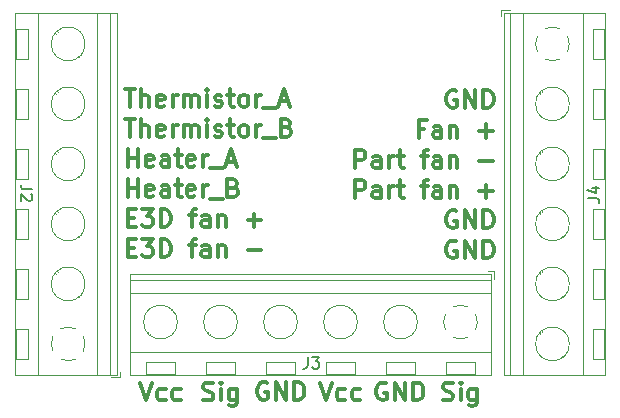
<source format=gbr>
%TF.GenerationSoftware,KiCad,Pcbnew,(5.0.2)-1*%
%TF.CreationDate,2019-01-23T22:58:30+01:00*%
%TF.ProjectId,HDMI-Terminal,48444d49-2d54-4657-926d-696e616c2e6b,rev?*%
%TF.SameCoordinates,Original*%
%TF.FileFunction,Legend,Top*%
%TF.FilePolarity,Positive*%
%FSLAX46Y46*%
G04 Gerber Fmt 4.6, Leading zero omitted, Abs format (unit mm)*
G04 Created by KiCad (PCBNEW (5.0.2)-1) date 23.01.2019 22:58:30*
%MOMM*%
%LPD*%
G01*
G04 APERTURE LIST*
%ADD10C,0.300000*%
%ADD11C,0.120000*%
%ADD12C,0.150000*%
G04 APERTURE END LIST*
D10*
X97837857Y-77303571D02*
X98695000Y-77303571D01*
X98266428Y-78803571D02*
X98266428Y-77303571D01*
X99195000Y-78803571D02*
X99195000Y-77303571D01*
X99837857Y-78803571D02*
X99837857Y-78017857D01*
X99766428Y-77875000D01*
X99623571Y-77803571D01*
X99409285Y-77803571D01*
X99266428Y-77875000D01*
X99195000Y-77946428D01*
X101123571Y-78732142D02*
X100980714Y-78803571D01*
X100695000Y-78803571D01*
X100552142Y-78732142D01*
X100480714Y-78589285D01*
X100480714Y-78017857D01*
X100552142Y-77875000D01*
X100695000Y-77803571D01*
X100980714Y-77803571D01*
X101123571Y-77875000D01*
X101195000Y-78017857D01*
X101195000Y-78160714D01*
X100480714Y-78303571D01*
X101837857Y-78803571D02*
X101837857Y-77803571D01*
X101837857Y-78089285D02*
X101909285Y-77946428D01*
X101980714Y-77875000D01*
X102123571Y-77803571D01*
X102266428Y-77803571D01*
X102766428Y-78803571D02*
X102766428Y-77803571D01*
X102766428Y-77946428D02*
X102837857Y-77875000D01*
X102980714Y-77803571D01*
X103195000Y-77803571D01*
X103337857Y-77875000D01*
X103409285Y-78017857D01*
X103409285Y-78803571D01*
X103409285Y-78017857D02*
X103480714Y-77875000D01*
X103623571Y-77803571D01*
X103837857Y-77803571D01*
X103980714Y-77875000D01*
X104052142Y-78017857D01*
X104052142Y-78803571D01*
X104766428Y-78803571D02*
X104766428Y-77803571D01*
X104766428Y-77303571D02*
X104695000Y-77375000D01*
X104766428Y-77446428D01*
X104837857Y-77375000D01*
X104766428Y-77303571D01*
X104766428Y-77446428D01*
X105409285Y-78732142D02*
X105552142Y-78803571D01*
X105837857Y-78803571D01*
X105980714Y-78732142D01*
X106052142Y-78589285D01*
X106052142Y-78517857D01*
X105980714Y-78375000D01*
X105837857Y-78303571D01*
X105623571Y-78303571D01*
X105480714Y-78232142D01*
X105409285Y-78089285D01*
X105409285Y-78017857D01*
X105480714Y-77875000D01*
X105623571Y-77803571D01*
X105837857Y-77803571D01*
X105980714Y-77875000D01*
X106480714Y-77803571D02*
X107052142Y-77803571D01*
X106695000Y-77303571D02*
X106695000Y-78589285D01*
X106766428Y-78732142D01*
X106909285Y-78803571D01*
X107052142Y-78803571D01*
X107766428Y-78803571D02*
X107623571Y-78732142D01*
X107552142Y-78660714D01*
X107480714Y-78517857D01*
X107480714Y-78089285D01*
X107552142Y-77946428D01*
X107623571Y-77875000D01*
X107766428Y-77803571D01*
X107980714Y-77803571D01*
X108123571Y-77875000D01*
X108195000Y-77946428D01*
X108266428Y-78089285D01*
X108266428Y-78517857D01*
X108195000Y-78660714D01*
X108123571Y-78732142D01*
X107980714Y-78803571D01*
X107766428Y-78803571D01*
X108909285Y-78803571D02*
X108909285Y-77803571D01*
X108909285Y-78089285D02*
X108980714Y-77946428D01*
X109052142Y-77875000D01*
X109195000Y-77803571D01*
X109337857Y-77803571D01*
X109480714Y-78946428D02*
X110623571Y-78946428D01*
X110909285Y-78375000D02*
X111623571Y-78375000D01*
X110766428Y-78803571D02*
X111266428Y-77303571D01*
X111766428Y-78803571D01*
X97837857Y-79853571D02*
X98695000Y-79853571D01*
X98266428Y-81353571D02*
X98266428Y-79853571D01*
X99195000Y-81353571D02*
X99195000Y-79853571D01*
X99837857Y-81353571D02*
X99837857Y-80567857D01*
X99766428Y-80425000D01*
X99623571Y-80353571D01*
X99409285Y-80353571D01*
X99266428Y-80425000D01*
X99195000Y-80496428D01*
X101123571Y-81282142D02*
X100980714Y-81353571D01*
X100695000Y-81353571D01*
X100552142Y-81282142D01*
X100480714Y-81139285D01*
X100480714Y-80567857D01*
X100552142Y-80425000D01*
X100695000Y-80353571D01*
X100980714Y-80353571D01*
X101123571Y-80425000D01*
X101195000Y-80567857D01*
X101195000Y-80710714D01*
X100480714Y-80853571D01*
X101837857Y-81353571D02*
X101837857Y-80353571D01*
X101837857Y-80639285D02*
X101909285Y-80496428D01*
X101980714Y-80425000D01*
X102123571Y-80353571D01*
X102266428Y-80353571D01*
X102766428Y-81353571D02*
X102766428Y-80353571D01*
X102766428Y-80496428D02*
X102837857Y-80425000D01*
X102980714Y-80353571D01*
X103195000Y-80353571D01*
X103337857Y-80425000D01*
X103409285Y-80567857D01*
X103409285Y-81353571D01*
X103409285Y-80567857D02*
X103480714Y-80425000D01*
X103623571Y-80353571D01*
X103837857Y-80353571D01*
X103980714Y-80425000D01*
X104052142Y-80567857D01*
X104052142Y-81353571D01*
X104766428Y-81353571D02*
X104766428Y-80353571D01*
X104766428Y-79853571D02*
X104695000Y-79925000D01*
X104766428Y-79996428D01*
X104837857Y-79925000D01*
X104766428Y-79853571D01*
X104766428Y-79996428D01*
X105409285Y-81282142D02*
X105552142Y-81353571D01*
X105837857Y-81353571D01*
X105980714Y-81282142D01*
X106052142Y-81139285D01*
X106052142Y-81067857D01*
X105980714Y-80925000D01*
X105837857Y-80853571D01*
X105623571Y-80853571D01*
X105480714Y-80782142D01*
X105409285Y-80639285D01*
X105409285Y-80567857D01*
X105480714Y-80425000D01*
X105623571Y-80353571D01*
X105837857Y-80353571D01*
X105980714Y-80425000D01*
X106480714Y-80353571D02*
X107052142Y-80353571D01*
X106695000Y-79853571D02*
X106695000Y-81139285D01*
X106766428Y-81282142D01*
X106909285Y-81353571D01*
X107052142Y-81353571D01*
X107766428Y-81353571D02*
X107623571Y-81282142D01*
X107552142Y-81210714D01*
X107480714Y-81067857D01*
X107480714Y-80639285D01*
X107552142Y-80496428D01*
X107623571Y-80425000D01*
X107766428Y-80353571D01*
X107980714Y-80353571D01*
X108123571Y-80425000D01*
X108195000Y-80496428D01*
X108266428Y-80639285D01*
X108266428Y-81067857D01*
X108195000Y-81210714D01*
X108123571Y-81282142D01*
X107980714Y-81353571D01*
X107766428Y-81353571D01*
X108909285Y-81353571D02*
X108909285Y-80353571D01*
X108909285Y-80639285D02*
X108980714Y-80496428D01*
X109052142Y-80425000D01*
X109195000Y-80353571D01*
X109337857Y-80353571D01*
X109480714Y-81496428D02*
X110623571Y-81496428D01*
X111480714Y-80567857D02*
X111695000Y-80639285D01*
X111766428Y-80710714D01*
X111837857Y-80853571D01*
X111837857Y-81067857D01*
X111766428Y-81210714D01*
X111695000Y-81282142D01*
X111552142Y-81353571D01*
X110980714Y-81353571D01*
X110980714Y-79853571D01*
X111480714Y-79853571D01*
X111623571Y-79925000D01*
X111695000Y-79996428D01*
X111766428Y-80139285D01*
X111766428Y-80282142D01*
X111695000Y-80425000D01*
X111623571Y-80496428D01*
X111480714Y-80567857D01*
X110980714Y-80567857D01*
X98052142Y-83903571D02*
X98052142Y-82403571D01*
X98052142Y-83117857D02*
X98909285Y-83117857D01*
X98909285Y-83903571D02*
X98909285Y-82403571D01*
X100195000Y-83832142D02*
X100052142Y-83903571D01*
X99766428Y-83903571D01*
X99623571Y-83832142D01*
X99552142Y-83689285D01*
X99552142Y-83117857D01*
X99623571Y-82975000D01*
X99766428Y-82903571D01*
X100052142Y-82903571D01*
X100195000Y-82975000D01*
X100266428Y-83117857D01*
X100266428Y-83260714D01*
X99552142Y-83403571D01*
X101552142Y-83903571D02*
X101552142Y-83117857D01*
X101480714Y-82975000D01*
X101337857Y-82903571D01*
X101052142Y-82903571D01*
X100909285Y-82975000D01*
X101552142Y-83832142D02*
X101409285Y-83903571D01*
X101052142Y-83903571D01*
X100909285Y-83832142D01*
X100837857Y-83689285D01*
X100837857Y-83546428D01*
X100909285Y-83403571D01*
X101052142Y-83332142D01*
X101409285Y-83332142D01*
X101552142Y-83260714D01*
X102052142Y-82903571D02*
X102623571Y-82903571D01*
X102266428Y-82403571D02*
X102266428Y-83689285D01*
X102337857Y-83832142D01*
X102480714Y-83903571D01*
X102623571Y-83903571D01*
X103695000Y-83832142D02*
X103552142Y-83903571D01*
X103266428Y-83903571D01*
X103123571Y-83832142D01*
X103052142Y-83689285D01*
X103052142Y-83117857D01*
X103123571Y-82975000D01*
X103266428Y-82903571D01*
X103552142Y-82903571D01*
X103695000Y-82975000D01*
X103766428Y-83117857D01*
X103766428Y-83260714D01*
X103052142Y-83403571D01*
X104409285Y-83903571D02*
X104409285Y-82903571D01*
X104409285Y-83189285D02*
X104480714Y-83046428D01*
X104552142Y-82975000D01*
X104695000Y-82903571D01*
X104837857Y-82903571D01*
X104980714Y-84046428D02*
X106123571Y-84046428D01*
X106409285Y-83475000D02*
X107123571Y-83475000D01*
X106266428Y-83903571D02*
X106766428Y-82403571D01*
X107266428Y-83903571D01*
X98052142Y-86453571D02*
X98052142Y-84953571D01*
X98052142Y-85667857D02*
X98909285Y-85667857D01*
X98909285Y-86453571D02*
X98909285Y-84953571D01*
X100195000Y-86382142D02*
X100052142Y-86453571D01*
X99766428Y-86453571D01*
X99623571Y-86382142D01*
X99552142Y-86239285D01*
X99552142Y-85667857D01*
X99623571Y-85525000D01*
X99766428Y-85453571D01*
X100052142Y-85453571D01*
X100195000Y-85525000D01*
X100266428Y-85667857D01*
X100266428Y-85810714D01*
X99552142Y-85953571D01*
X101552142Y-86453571D02*
X101552142Y-85667857D01*
X101480714Y-85525000D01*
X101337857Y-85453571D01*
X101052142Y-85453571D01*
X100909285Y-85525000D01*
X101552142Y-86382142D02*
X101409285Y-86453571D01*
X101052142Y-86453571D01*
X100909285Y-86382142D01*
X100837857Y-86239285D01*
X100837857Y-86096428D01*
X100909285Y-85953571D01*
X101052142Y-85882142D01*
X101409285Y-85882142D01*
X101552142Y-85810714D01*
X102052142Y-85453571D02*
X102623571Y-85453571D01*
X102266428Y-84953571D02*
X102266428Y-86239285D01*
X102337857Y-86382142D01*
X102480714Y-86453571D01*
X102623571Y-86453571D01*
X103695000Y-86382142D02*
X103552142Y-86453571D01*
X103266428Y-86453571D01*
X103123571Y-86382142D01*
X103052142Y-86239285D01*
X103052142Y-85667857D01*
X103123571Y-85525000D01*
X103266428Y-85453571D01*
X103552142Y-85453571D01*
X103695000Y-85525000D01*
X103766428Y-85667857D01*
X103766428Y-85810714D01*
X103052142Y-85953571D01*
X104409285Y-86453571D02*
X104409285Y-85453571D01*
X104409285Y-85739285D02*
X104480714Y-85596428D01*
X104552142Y-85525000D01*
X104695000Y-85453571D01*
X104837857Y-85453571D01*
X104980714Y-86596428D02*
X106123571Y-86596428D01*
X106980714Y-85667857D02*
X107195000Y-85739285D01*
X107266428Y-85810714D01*
X107337857Y-85953571D01*
X107337857Y-86167857D01*
X107266428Y-86310714D01*
X107195000Y-86382142D01*
X107052142Y-86453571D01*
X106480714Y-86453571D01*
X106480714Y-84953571D01*
X106980714Y-84953571D01*
X107123571Y-85025000D01*
X107195000Y-85096428D01*
X107266428Y-85239285D01*
X107266428Y-85382142D01*
X107195000Y-85525000D01*
X107123571Y-85596428D01*
X106980714Y-85667857D01*
X106480714Y-85667857D01*
X98052142Y-88217857D02*
X98552142Y-88217857D01*
X98766428Y-89003571D02*
X98052142Y-89003571D01*
X98052142Y-87503571D01*
X98766428Y-87503571D01*
X99266428Y-87503571D02*
X100195000Y-87503571D01*
X99695000Y-88075000D01*
X99909285Y-88075000D01*
X100052142Y-88146428D01*
X100123571Y-88217857D01*
X100195000Y-88360714D01*
X100195000Y-88717857D01*
X100123571Y-88860714D01*
X100052142Y-88932142D01*
X99909285Y-89003571D01*
X99480714Y-89003571D01*
X99337857Y-88932142D01*
X99266428Y-88860714D01*
X100837857Y-89003571D02*
X100837857Y-87503571D01*
X101195000Y-87503571D01*
X101409285Y-87575000D01*
X101552142Y-87717857D01*
X101623571Y-87860714D01*
X101695000Y-88146428D01*
X101695000Y-88360714D01*
X101623571Y-88646428D01*
X101552142Y-88789285D01*
X101409285Y-88932142D01*
X101195000Y-89003571D01*
X100837857Y-89003571D01*
X103266428Y-88003571D02*
X103837857Y-88003571D01*
X103480714Y-89003571D02*
X103480714Y-87717857D01*
X103552142Y-87575000D01*
X103695000Y-87503571D01*
X103837857Y-87503571D01*
X104980714Y-89003571D02*
X104980714Y-88217857D01*
X104909285Y-88075000D01*
X104766428Y-88003571D01*
X104480714Y-88003571D01*
X104337857Y-88075000D01*
X104980714Y-88932142D02*
X104837857Y-89003571D01*
X104480714Y-89003571D01*
X104337857Y-88932142D01*
X104266428Y-88789285D01*
X104266428Y-88646428D01*
X104337857Y-88503571D01*
X104480714Y-88432142D01*
X104837857Y-88432142D01*
X104980714Y-88360714D01*
X105695000Y-88003571D02*
X105695000Y-89003571D01*
X105695000Y-88146428D02*
X105766428Y-88075000D01*
X105909285Y-88003571D01*
X106123571Y-88003571D01*
X106266428Y-88075000D01*
X106337857Y-88217857D01*
X106337857Y-89003571D01*
X108195000Y-88432142D02*
X109337857Y-88432142D01*
X108766428Y-89003571D02*
X108766428Y-87860714D01*
X98052142Y-90767857D02*
X98552142Y-90767857D01*
X98766428Y-91553571D02*
X98052142Y-91553571D01*
X98052142Y-90053571D01*
X98766428Y-90053571D01*
X99266428Y-90053571D02*
X100195000Y-90053571D01*
X99695000Y-90625000D01*
X99909285Y-90625000D01*
X100052142Y-90696428D01*
X100123571Y-90767857D01*
X100195000Y-90910714D01*
X100195000Y-91267857D01*
X100123571Y-91410714D01*
X100052142Y-91482142D01*
X99909285Y-91553571D01*
X99480714Y-91553571D01*
X99337857Y-91482142D01*
X99266428Y-91410714D01*
X100837857Y-91553571D02*
X100837857Y-90053571D01*
X101195000Y-90053571D01*
X101409285Y-90125000D01*
X101552142Y-90267857D01*
X101623571Y-90410714D01*
X101695000Y-90696428D01*
X101695000Y-90910714D01*
X101623571Y-91196428D01*
X101552142Y-91339285D01*
X101409285Y-91482142D01*
X101195000Y-91553571D01*
X100837857Y-91553571D01*
X103266428Y-90553571D02*
X103837857Y-90553571D01*
X103480714Y-91553571D02*
X103480714Y-90267857D01*
X103552142Y-90125000D01*
X103695000Y-90053571D01*
X103837857Y-90053571D01*
X104980714Y-91553571D02*
X104980714Y-90767857D01*
X104909285Y-90625000D01*
X104766428Y-90553571D01*
X104480714Y-90553571D01*
X104337857Y-90625000D01*
X104980714Y-91482142D02*
X104837857Y-91553571D01*
X104480714Y-91553571D01*
X104337857Y-91482142D01*
X104266428Y-91339285D01*
X104266428Y-91196428D01*
X104337857Y-91053571D01*
X104480714Y-90982142D01*
X104837857Y-90982142D01*
X104980714Y-90910714D01*
X105695000Y-90553571D02*
X105695000Y-91553571D01*
X105695000Y-90696428D02*
X105766428Y-90625000D01*
X105909285Y-90553571D01*
X106123571Y-90553571D01*
X106266428Y-90625000D01*
X106337857Y-90767857D01*
X106337857Y-91553571D01*
X108195000Y-90982142D02*
X109337857Y-90982142D01*
X125876428Y-77475000D02*
X125733571Y-77403571D01*
X125519285Y-77403571D01*
X125305000Y-77475000D01*
X125162142Y-77617857D01*
X125090714Y-77760714D01*
X125019285Y-78046428D01*
X125019285Y-78260714D01*
X125090714Y-78546428D01*
X125162142Y-78689285D01*
X125305000Y-78832142D01*
X125519285Y-78903571D01*
X125662142Y-78903571D01*
X125876428Y-78832142D01*
X125947857Y-78760714D01*
X125947857Y-78260714D01*
X125662142Y-78260714D01*
X126590714Y-78903571D02*
X126590714Y-77403571D01*
X127447857Y-78903571D01*
X127447857Y-77403571D01*
X128162142Y-78903571D02*
X128162142Y-77403571D01*
X128519285Y-77403571D01*
X128733571Y-77475000D01*
X128876428Y-77617857D01*
X128947857Y-77760714D01*
X129019285Y-78046428D01*
X129019285Y-78260714D01*
X128947857Y-78546428D01*
X128876428Y-78689285D01*
X128733571Y-78832142D01*
X128519285Y-78903571D01*
X128162142Y-78903571D01*
X123162142Y-80667857D02*
X122662142Y-80667857D01*
X122662142Y-81453571D02*
X122662142Y-79953571D01*
X123376428Y-79953571D01*
X124590714Y-81453571D02*
X124590714Y-80667857D01*
X124519285Y-80525000D01*
X124376428Y-80453571D01*
X124090714Y-80453571D01*
X123947857Y-80525000D01*
X124590714Y-81382142D02*
X124447857Y-81453571D01*
X124090714Y-81453571D01*
X123947857Y-81382142D01*
X123876428Y-81239285D01*
X123876428Y-81096428D01*
X123947857Y-80953571D01*
X124090714Y-80882142D01*
X124447857Y-80882142D01*
X124590714Y-80810714D01*
X125305000Y-80453571D02*
X125305000Y-81453571D01*
X125305000Y-80596428D02*
X125376428Y-80525000D01*
X125519285Y-80453571D01*
X125733571Y-80453571D01*
X125876428Y-80525000D01*
X125947857Y-80667857D01*
X125947857Y-81453571D01*
X127805000Y-80882142D02*
X128947857Y-80882142D01*
X128376428Y-81453571D02*
X128376428Y-80310714D01*
X117305000Y-84003571D02*
X117305000Y-82503571D01*
X117876428Y-82503571D01*
X118019285Y-82575000D01*
X118090714Y-82646428D01*
X118162142Y-82789285D01*
X118162142Y-83003571D01*
X118090714Y-83146428D01*
X118019285Y-83217857D01*
X117876428Y-83289285D01*
X117305000Y-83289285D01*
X119447857Y-84003571D02*
X119447857Y-83217857D01*
X119376428Y-83075000D01*
X119233571Y-83003571D01*
X118947857Y-83003571D01*
X118805000Y-83075000D01*
X119447857Y-83932142D02*
X119305000Y-84003571D01*
X118947857Y-84003571D01*
X118805000Y-83932142D01*
X118733571Y-83789285D01*
X118733571Y-83646428D01*
X118805000Y-83503571D01*
X118947857Y-83432142D01*
X119305000Y-83432142D01*
X119447857Y-83360714D01*
X120162142Y-84003571D02*
X120162142Y-83003571D01*
X120162142Y-83289285D02*
X120233571Y-83146428D01*
X120305000Y-83075000D01*
X120447857Y-83003571D01*
X120590714Y-83003571D01*
X120876428Y-83003571D02*
X121447857Y-83003571D01*
X121090714Y-82503571D02*
X121090714Y-83789285D01*
X121162142Y-83932142D01*
X121305000Y-84003571D01*
X121447857Y-84003571D01*
X122876428Y-83003571D02*
X123447857Y-83003571D01*
X123090714Y-84003571D02*
X123090714Y-82717857D01*
X123162142Y-82575000D01*
X123305000Y-82503571D01*
X123447857Y-82503571D01*
X124590714Y-84003571D02*
X124590714Y-83217857D01*
X124519285Y-83075000D01*
X124376428Y-83003571D01*
X124090714Y-83003571D01*
X123947857Y-83075000D01*
X124590714Y-83932142D02*
X124447857Y-84003571D01*
X124090714Y-84003571D01*
X123947857Y-83932142D01*
X123876428Y-83789285D01*
X123876428Y-83646428D01*
X123947857Y-83503571D01*
X124090714Y-83432142D01*
X124447857Y-83432142D01*
X124590714Y-83360714D01*
X125305000Y-83003571D02*
X125305000Y-84003571D01*
X125305000Y-83146428D02*
X125376428Y-83075000D01*
X125519285Y-83003571D01*
X125733571Y-83003571D01*
X125876428Y-83075000D01*
X125947857Y-83217857D01*
X125947857Y-84003571D01*
X127805000Y-83432142D02*
X128947857Y-83432142D01*
X117305000Y-86553571D02*
X117305000Y-85053571D01*
X117876428Y-85053571D01*
X118019285Y-85125000D01*
X118090714Y-85196428D01*
X118162142Y-85339285D01*
X118162142Y-85553571D01*
X118090714Y-85696428D01*
X118019285Y-85767857D01*
X117876428Y-85839285D01*
X117305000Y-85839285D01*
X119447857Y-86553571D02*
X119447857Y-85767857D01*
X119376428Y-85625000D01*
X119233571Y-85553571D01*
X118947857Y-85553571D01*
X118805000Y-85625000D01*
X119447857Y-86482142D02*
X119305000Y-86553571D01*
X118947857Y-86553571D01*
X118805000Y-86482142D01*
X118733571Y-86339285D01*
X118733571Y-86196428D01*
X118805000Y-86053571D01*
X118947857Y-85982142D01*
X119305000Y-85982142D01*
X119447857Y-85910714D01*
X120162142Y-86553571D02*
X120162142Y-85553571D01*
X120162142Y-85839285D02*
X120233571Y-85696428D01*
X120305000Y-85625000D01*
X120447857Y-85553571D01*
X120590714Y-85553571D01*
X120876428Y-85553571D02*
X121447857Y-85553571D01*
X121090714Y-85053571D02*
X121090714Y-86339285D01*
X121162142Y-86482142D01*
X121305000Y-86553571D01*
X121447857Y-86553571D01*
X122876428Y-85553571D02*
X123447857Y-85553571D01*
X123090714Y-86553571D02*
X123090714Y-85267857D01*
X123162142Y-85125000D01*
X123305000Y-85053571D01*
X123447857Y-85053571D01*
X124590714Y-86553571D02*
X124590714Y-85767857D01*
X124519285Y-85625000D01*
X124376428Y-85553571D01*
X124090714Y-85553571D01*
X123947857Y-85625000D01*
X124590714Y-86482142D02*
X124447857Y-86553571D01*
X124090714Y-86553571D01*
X123947857Y-86482142D01*
X123876428Y-86339285D01*
X123876428Y-86196428D01*
X123947857Y-86053571D01*
X124090714Y-85982142D01*
X124447857Y-85982142D01*
X124590714Y-85910714D01*
X125305000Y-85553571D02*
X125305000Y-86553571D01*
X125305000Y-85696428D02*
X125376428Y-85625000D01*
X125519285Y-85553571D01*
X125733571Y-85553571D01*
X125876428Y-85625000D01*
X125947857Y-85767857D01*
X125947857Y-86553571D01*
X127805000Y-85982142D02*
X128947857Y-85982142D01*
X128376428Y-86553571D02*
X128376428Y-85410714D01*
X125876428Y-87675000D02*
X125733571Y-87603571D01*
X125519285Y-87603571D01*
X125305000Y-87675000D01*
X125162142Y-87817857D01*
X125090714Y-87960714D01*
X125019285Y-88246428D01*
X125019285Y-88460714D01*
X125090714Y-88746428D01*
X125162142Y-88889285D01*
X125305000Y-89032142D01*
X125519285Y-89103571D01*
X125662142Y-89103571D01*
X125876428Y-89032142D01*
X125947857Y-88960714D01*
X125947857Y-88460714D01*
X125662142Y-88460714D01*
X126590714Y-89103571D02*
X126590714Y-87603571D01*
X127447857Y-89103571D01*
X127447857Y-87603571D01*
X128162142Y-89103571D02*
X128162142Y-87603571D01*
X128519285Y-87603571D01*
X128733571Y-87675000D01*
X128876428Y-87817857D01*
X128947857Y-87960714D01*
X129019285Y-88246428D01*
X129019285Y-88460714D01*
X128947857Y-88746428D01*
X128876428Y-88889285D01*
X128733571Y-89032142D01*
X128519285Y-89103571D01*
X128162142Y-89103571D01*
X125876428Y-90225000D02*
X125733571Y-90153571D01*
X125519285Y-90153571D01*
X125305000Y-90225000D01*
X125162142Y-90367857D01*
X125090714Y-90510714D01*
X125019285Y-90796428D01*
X125019285Y-91010714D01*
X125090714Y-91296428D01*
X125162142Y-91439285D01*
X125305000Y-91582142D01*
X125519285Y-91653571D01*
X125662142Y-91653571D01*
X125876428Y-91582142D01*
X125947857Y-91510714D01*
X125947857Y-91010714D01*
X125662142Y-91010714D01*
X126590714Y-91653571D02*
X126590714Y-90153571D01*
X127447857Y-91653571D01*
X127447857Y-90153571D01*
X128162142Y-91653571D02*
X128162142Y-90153571D01*
X128519285Y-90153571D01*
X128733571Y-90225000D01*
X128876428Y-90367857D01*
X128947857Y-90510714D01*
X129019285Y-90796428D01*
X129019285Y-91010714D01*
X128947857Y-91296428D01*
X128876428Y-91439285D01*
X128733571Y-91582142D01*
X128519285Y-91653571D01*
X128162142Y-91653571D01*
X124735714Y-103607142D02*
X124950000Y-103678571D01*
X125307142Y-103678571D01*
X125450000Y-103607142D01*
X125521428Y-103535714D01*
X125592857Y-103392857D01*
X125592857Y-103250000D01*
X125521428Y-103107142D01*
X125450000Y-103035714D01*
X125307142Y-102964285D01*
X125021428Y-102892857D01*
X124878571Y-102821428D01*
X124807142Y-102750000D01*
X124735714Y-102607142D01*
X124735714Y-102464285D01*
X124807142Y-102321428D01*
X124878571Y-102250000D01*
X125021428Y-102178571D01*
X125378571Y-102178571D01*
X125592857Y-102250000D01*
X126235714Y-103678571D02*
X126235714Y-102678571D01*
X126235714Y-102178571D02*
X126164285Y-102250000D01*
X126235714Y-102321428D01*
X126307142Y-102250000D01*
X126235714Y-102178571D01*
X126235714Y-102321428D01*
X127592857Y-102678571D02*
X127592857Y-103892857D01*
X127521428Y-104035714D01*
X127450000Y-104107142D01*
X127307142Y-104178571D01*
X127092857Y-104178571D01*
X126950000Y-104107142D01*
X127592857Y-103607142D02*
X127450000Y-103678571D01*
X127164285Y-103678571D01*
X127021428Y-103607142D01*
X126950000Y-103535714D01*
X126878571Y-103392857D01*
X126878571Y-102964285D01*
X126950000Y-102821428D01*
X127021428Y-102750000D01*
X127164285Y-102678571D01*
X127450000Y-102678571D01*
X127592857Y-102750000D01*
X119938942Y-102247000D02*
X119796085Y-102175571D01*
X119581800Y-102175571D01*
X119367514Y-102247000D01*
X119224657Y-102389857D01*
X119153228Y-102532714D01*
X119081800Y-102818428D01*
X119081800Y-103032714D01*
X119153228Y-103318428D01*
X119224657Y-103461285D01*
X119367514Y-103604142D01*
X119581800Y-103675571D01*
X119724657Y-103675571D01*
X119938942Y-103604142D01*
X120010371Y-103532714D01*
X120010371Y-103032714D01*
X119724657Y-103032714D01*
X120653228Y-103675571D02*
X120653228Y-102175571D01*
X121510371Y-103675571D01*
X121510371Y-102175571D01*
X122224657Y-103675571D02*
X122224657Y-102175571D01*
X122581800Y-102175571D01*
X122796085Y-102247000D01*
X122938942Y-102389857D01*
X123010371Y-102532714D01*
X123081800Y-102818428D01*
X123081800Y-103032714D01*
X123010371Y-103318428D01*
X122938942Y-103461285D01*
X122796085Y-103604142D01*
X122581800Y-103675571D01*
X122224657Y-103675571D01*
X114314285Y-102178571D02*
X114814285Y-103678571D01*
X115314285Y-102178571D01*
X116457142Y-103607142D02*
X116314285Y-103678571D01*
X116028571Y-103678571D01*
X115885714Y-103607142D01*
X115814285Y-103535714D01*
X115742857Y-103392857D01*
X115742857Y-102964285D01*
X115814285Y-102821428D01*
X115885714Y-102750000D01*
X116028571Y-102678571D01*
X116314285Y-102678571D01*
X116457142Y-102750000D01*
X117742857Y-103607142D02*
X117600000Y-103678571D01*
X117314285Y-103678571D01*
X117171428Y-103607142D01*
X117100000Y-103535714D01*
X117028571Y-103392857D01*
X117028571Y-102964285D01*
X117100000Y-102821428D01*
X117171428Y-102750000D01*
X117314285Y-102678571D01*
X117600000Y-102678571D01*
X117742857Y-102750000D01*
X109855142Y-102221600D02*
X109712285Y-102150171D01*
X109498000Y-102150171D01*
X109283714Y-102221600D01*
X109140857Y-102364457D01*
X109069428Y-102507314D01*
X108998000Y-102793028D01*
X108998000Y-103007314D01*
X109069428Y-103293028D01*
X109140857Y-103435885D01*
X109283714Y-103578742D01*
X109498000Y-103650171D01*
X109640857Y-103650171D01*
X109855142Y-103578742D01*
X109926571Y-103507314D01*
X109926571Y-103007314D01*
X109640857Y-103007314D01*
X110569428Y-103650171D02*
X110569428Y-102150171D01*
X111426571Y-103650171D01*
X111426571Y-102150171D01*
X112140857Y-103650171D02*
X112140857Y-102150171D01*
X112498000Y-102150171D01*
X112712285Y-102221600D01*
X112855142Y-102364457D01*
X112926571Y-102507314D01*
X112998000Y-102793028D01*
X112998000Y-103007314D01*
X112926571Y-103293028D01*
X112855142Y-103435885D01*
X112712285Y-103578742D01*
X112498000Y-103650171D01*
X112140857Y-103650171D01*
X104435714Y-103607142D02*
X104650000Y-103678571D01*
X105007142Y-103678571D01*
X105150000Y-103607142D01*
X105221428Y-103535714D01*
X105292857Y-103392857D01*
X105292857Y-103250000D01*
X105221428Y-103107142D01*
X105150000Y-103035714D01*
X105007142Y-102964285D01*
X104721428Y-102892857D01*
X104578571Y-102821428D01*
X104507142Y-102750000D01*
X104435714Y-102607142D01*
X104435714Y-102464285D01*
X104507142Y-102321428D01*
X104578571Y-102250000D01*
X104721428Y-102178571D01*
X105078571Y-102178571D01*
X105292857Y-102250000D01*
X105935714Y-103678571D02*
X105935714Y-102678571D01*
X105935714Y-102178571D02*
X105864285Y-102250000D01*
X105935714Y-102321428D01*
X106007142Y-102250000D01*
X105935714Y-102178571D01*
X105935714Y-102321428D01*
X107292857Y-102678571D02*
X107292857Y-103892857D01*
X107221428Y-104035714D01*
X107150000Y-104107142D01*
X107007142Y-104178571D01*
X106792857Y-104178571D01*
X106650000Y-104107142D01*
X107292857Y-103607142D02*
X107150000Y-103678571D01*
X106864285Y-103678571D01*
X106721428Y-103607142D01*
X106650000Y-103535714D01*
X106578571Y-103392857D01*
X106578571Y-102964285D01*
X106650000Y-102821428D01*
X106721428Y-102750000D01*
X106864285Y-102678571D01*
X107150000Y-102678571D01*
X107292857Y-102750000D01*
X99114285Y-102178571D02*
X99614285Y-103678571D01*
X100114285Y-102178571D01*
X101257142Y-103607142D02*
X101114285Y-103678571D01*
X100828571Y-103678571D01*
X100685714Y-103607142D01*
X100614285Y-103535714D01*
X100542857Y-103392857D01*
X100542857Y-102964285D01*
X100614285Y-102821428D01*
X100685714Y-102750000D01*
X100828571Y-102678571D01*
X101114285Y-102678571D01*
X101257142Y-102750000D01*
X102542857Y-103607142D02*
X102400000Y-103678571D01*
X102114285Y-103678571D01*
X101971428Y-103607142D01*
X101900000Y-103535714D01*
X101828571Y-103392857D01*
X101828571Y-102964285D01*
X101900000Y-102821428D01*
X101971428Y-102750000D01*
X102114285Y-102678571D01*
X102400000Y-102678571D01*
X102542857Y-102750000D01*
D11*
X129650000Y-70660000D02*
X129650000Y-71160000D01*
X130390000Y-70660000D02*
X129650000Y-70660000D01*
X138400000Y-100150000D02*
X137400000Y-100150000D01*
X138400000Y-97650000D02*
X137400000Y-97650000D01*
X137400000Y-97650000D02*
X137400000Y-100150000D01*
X138400000Y-97650000D02*
X138400000Y-100150000D01*
X133150000Y-97876000D02*
X133090000Y-97816000D01*
X135085000Y-99811000D02*
X135045000Y-99771000D01*
X132955000Y-98030000D02*
X132915000Y-97990000D01*
X134910000Y-99985000D02*
X134851000Y-99925000D01*
X138400000Y-95070000D02*
X137400000Y-95070000D01*
X138400000Y-92570000D02*
X137400000Y-92570000D01*
X137400000Y-92570000D02*
X137400000Y-95070000D01*
X138400000Y-92570000D02*
X138400000Y-95070000D01*
X133150000Y-92796000D02*
X133090000Y-92736000D01*
X135085000Y-94731000D02*
X135045000Y-94691000D01*
X132955000Y-92950000D02*
X132915000Y-92910000D01*
X134910000Y-94905000D02*
X134851000Y-94845000D01*
X138400000Y-89990000D02*
X137400000Y-89990000D01*
X138400000Y-87490000D02*
X137400000Y-87490000D01*
X137400000Y-87490000D02*
X137400000Y-89990000D01*
X138400000Y-87490000D02*
X138400000Y-89990000D01*
X133150000Y-87716000D02*
X133090000Y-87656000D01*
X135085000Y-89651000D02*
X135045000Y-89611000D01*
X132955000Y-87870000D02*
X132915000Y-87830000D01*
X134910000Y-89825000D02*
X134851000Y-89765000D01*
X138400000Y-84910000D02*
X137400000Y-84910000D01*
X138400000Y-82410000D02*
X137400000Y-82410000D01*
X137400000Y-82410000D02*
X137400000Y-84910000D01*
X138400000Y-82410000D02*
X138400000Y-84910000D01*
X133150000Y-82636000D02*
X133090000Y-82576000D01*
X135085000Y-84571000D02*
X135045000Y-84531000D01*
X132955000Y-82790000D02*
X132915000Y-82750000D01*
X134910000Y-84745000D02*
X134851000Y-84685000D01*
X138400000Y-79830000D02*
X137400000Y-79830000D01*
X138400000Y-77330000D02*
X137400000Y-77330000D01*
X137400000Y-77330000D02*
X137400000Y-79830000D01*
X138400000Y-77330000D02*
X138400000Y-79830000D01*
X133150000Y-77556000D02*
X133090000Y-77496000D01*
X135085000Y-79491000D02*
X135045000Y-79451000D01*
X132955000Y-77710000D02*
X132915000Y-77670000D01*
X134910000Y-79665000D02*
X134851000Y-79605000D01*
X138400000Y-74750000D02*
X137400000Y-74750000D01*
X138400000Y-72250000D02*
X137400000Y-72250000D01*
X137400000Y-72250000D02*
X137400000Y-74750000D01*
X138400000Y-72250000D02*
X138400000Y-74750000D01*
X138460000Y-101500000D02*
X129890000Y-101500000D01*
X138460000Y-70900000D02*
X129890000Y-70900000D01*
X129890000Y-70900000D02*
X129890000Y-101500000D01*
X138460000Y-70900000D02*
X138460000Y-101500000D01*
X136550000Y-70900000D02*
X136550000Y-101500000D01*
X131550000Y-70900000D02*
X131550000Y-101500000D01*
X130450000Y-70900000D02*
X130450000Y-101500000D01*
X135430000Y-98900000D02*
G75*
G03X135430000Y-98900000I-1430000J0D01*
G01*
X135430000Y-93820000D02*
G75*
G03X135430000Y-93820000I-1430000J0D01*
G01*
X135430000Y-88740000D02*
G75*
G03X135430000Y-88740000I-1430000J0D01*
G01*
X135430000Y-83660000D02*
G75*
G03X135430000Y-83660000I-1430000J0D01*
G01*
X135430000Y-78580000D02*
G75*
G03X135430000Y-78580000I-1430000J0D01*
G01*
X132569060Y-73524280D02*
G75*
G02X132714000Y-72872000I1430940J24280D01*
G01*
X133373254Y-72213389D02*
G75*
G02X134628000Y-72214000I626746J-1286611D01*
G01*
X135285824Y-72872638D02*
G75*
G02X135286000Y-74127000I-1285824J-627362D01*
G01*
X134627362Y-74785824D02*
G75*
G02X133373000Y-74786000I-627362J1285824D01*
G01*
X132714725Y-74126871D02*
G75*
G02X132570000Y-73500000I1285275J626871D01*
G01*
X129052600Y-92703400D02*
X128552600Y-92703400D01*
X129052600Y-93443400D02*
X129052600Y-92703400D01*
X99562600Y-101453400D02*
X99562600Y-100453400D01*
X102062600Y-101453400D02*
X102062600Y-100453400D01*
X102062600Y-100453400D02*
X99562600Y-100453400D01*
X102062600Y-101453400D02*
X99562600Y-101453400D01*
X101836600Y-96203400D02*
X101896600Y-96143400D01*
X99901600Y-98138400D02*
X99941600Y-98098400D01*
X101682600Y-96008400D02*
X101722600Y-95968400D01*
X99727600Y-97963400D02*
X99787600Y-97904400D01*
X104642600Y-101453400D02*
X104642600Y-100453400D01*
X107142600Y-101453400D02*
X107142600Y-100453400D01*
X107142600Y-100453400D02*
X104642600Y-100453400D01*
X107142600Y-101453400D02*
X104642600Y-101453400D01*
X106916600Y-96203400D02*
X106976600Y-96143400D01*
X104981600Y-98138400D02*
X105021600Y-98098400D01*
X106762600Y-96008400D02*
X106802600Y-95968400D01*
X104807600Y-97963400D02*
X104867600Y-97904400D01*
X109722600Y-101453400D02*
X109722600Y-100453400D01*
X112222600Y-101453400D02*
X112222600Y-100453400D01*
X112222600Y-100453400D02*
X109722600Y-100453400D01*
X112222600Y-101453400D02*
X109722600Y-101453400D01*
X111996600Y-96203400D02*
X112056600Y-96143400D01*
X110061600Y-98138400D02*
X110101600Y-98098400D01*
X111842600Y-96008400D02*
X111882600Y-95968400D01*
X109887600Y-97963400D02*
X109947600Y-97904400D01*
X114802600Y-101453400D02*
X114802600Y-100453400D01*
X117302600Y-101453400D02*
X117302600Y-100453400D01*
X117302600Y-100453400D02*
X114802600Y-100453400D01*
X117302600Y-101453400D02*
X114802600Y-101453400D01*
X117076600Y-96203400D02*
X117136600Y-96143400D01*
X115141600Y-98138400D02*
X115181600Y-98098400D01*
X116922600Y-96008400D02*
X116962600Y-95968400D01*
X114967600Y-97963400D02*
X115027600Y-97904400D01*
X119882600Y-101453400D02*
X119882600Y-100453400D01*
X122382600Y-101453400D02*
X122382600Y-100453400D01*
X122382600Y-100453400D02*
X119882600Y-100453400D01*
X122382600Y-101453400D02*
X119882600Y-101453400D01*
X122156600Y-96203400D02*
X122216600Y-96143400D01*
X120221600Y-98138400D02*
X120261600Y-98098400D01*
X122002600Y-96008400D02*
X122042600Y-95968400D01*
X120047600Y-97963400D02*
X120107600Y-97904400D01*
X124962600Y-101453400D02*
X124962600Y-100453400D01*
X127462600Y-101453400D02*
X127462600Y-100453400D01*
X127462600Y-100453400D02*
X124962600Y-100453400D01*
X127462600Y-101453400D02*
X124962600Y-101453400D01*
X98212600Y-101513400D02*
X98212600Y-92943400D01*
X128812600Y-101513400D02*
X128812600Y-92943400D01*
X128812600Y-92943400D02*
X98212600Y-92943400D01*
X128812600Y-101513400D02*
X98212600Y-101513400D01*
X128812600Y-99603400D02*
X98212600Y-99603400D01*
X128812600Y-94603400D02*
X98212600Y-94603400D01*
X128812600Y-93503400D02*
X98212600Y-93503400D01*
X102242600Y-97053400D02*
G75*
G03X102242600Y-97053400I-1430000J0D01*
G01*
X107322600Y-97053400D02*
G75*
G03X107322600Y-97053400I-1430000J0D01*
G01*
X112402600Y-97053400D02*
G75*
G03X112402600Y-97053400I-1430000J0D01*
G01*
X117482600Y-97053400D02*
G75*
G03X117482600Y-97053400I-1430000J0D01*
G01*
X122562600Y-97053400D02*
G75*
G03X122562600Y-97053400I-1430000J0D01*
G01*
X126188320Y-95622460D02*
G75*
G02X126840600Y-95767400I24280J-1430940D01*
G01*
X127499211Y-96426654D02*
G75*
G02X127498600Y-97681400I-1286611J-626746D01*
G01*
X126839962Y-98339224D02*
G75*
G02X125585600Y-98339400I-627362J1285824D01*
G01*
X124926776Y-97680762D02*
G75*
G02X124926600Y-96426400I1285824J627362D01*
G01*
X125585729Y-95768125D02*
G75*
G02X126212600Y-95623400I626871J-1285275D01*
G01*
X97350000Y-101740000D02*
X97350000Y-101240000D01*
X96610000Y-101740000D02*
X97350000Y-101740000D01*
X88600000Y-72250000D02*
X89600000Y-72250000D01*
X88600000Y-74750000D02*
X89600000Y-74750000D01*
X89600000Y-74750000D02*
X89600000Y-72250000D01*
X88600000Y-74750000D02*
X88600000Y-72250000D01*
X93850000Y-74524000D02*
X93910000Y-74584000D01*
X91915000Y-72589000D02*
X91955000Y-72629000D01*
X94045000Y-74370000D02*
X94085000Y-74410000D01*
X92090000Y-72415000D02*
X92149000Y-72475000D01*
X88600000Y-77330000D02*
X89600000Y-77330000D01*
X88600000Y-79830000D02*
X89600000Y-79830000D01*
X89600000Y-79830000D02*
X89600000Y-77330000D01*
X88600000Y-79830000D02*
X88600000Y-77330000D01*
X93850000Y-79604000D02*
X93910000Y-79664000D01*
X91915000Y-77669000D02*
X91955000Y-77709000D01*
X94045000Y-79450000D02*
X94085000Y-79490000D01*
X92090000Y-77495000D02*
X92149000Y-77555000D01*
X88600000Y-82410000D02*
X89600000Y-82410000D01*
X88600000Y-84910000D02*
X89600000Y-84910000D01*
X89600000Y-84910000D02*
X89600000Y-82410000D01*
X88600000Y-84910000D02*
X88600000Y-82410000D01*
X93850000Y-84684000D02*
X93910000Y-84744000D01*
X91915000Y-82749000D02*
X91955000Y-82789000D01*
X94045000Y-84530000D02*
X94085000Y-84570000D01*
X92090000Y-82575000D02*
X92149000Y-82635000D01*
X88600000Y-87490000D02*
X89600000Y-87490000D01*
X88600000Y-89990000D02*
X89600000Y-89990000D01*
X89600000Y-89990000D02*
X89600000Y-87490000D01*
X88600000Y-89990000D02*
X88600000Y-87490000D01*
X93850000Y-89764000D02*
X93910000Y-89824000D01*
X91915000Y-87829000D02*
X91955000Y-87869000D01*
X94045000Y-89610000D02*
X94085000Y-89650000D01*
X92090000Y-87655000D02*
X92149000Y-87715000D01*
X88600000Y-92570000D02*
X89600000Y-92570000D01*
X88600000Y-95070000D02*
X89600000Y-95070000D01*
X89600000Y-95070000D02*
X89600000Y-92570000D01*
X88600000Y-95070000D02*
X88600000Y-92570000D01*
X93850000Y-94844000D02*
X93910000Y-94904000D01*
X91915000Y-92909000D02*
X91955000Y-92949000D01*
X94045000Y-94690000D02*
X94085000Y-94730000D01*
X92090000Y-92735000D02*
X92149000Y-92795000D01*
X88600000Y-97650000D02*
X89600000Y-97650000D01*
X88600000Y-100150000D02*
X89600000Y-100150000D01*
X89600000Y-100150000D02*
X89600000Y-97650000D01*
X88600000Y-100150000D02*
X88600000Y-97650000D01*
X88540000Y-70900000D02*
X97110000Y-70900000D01*
X88540000Y-101500000D02*
X97110000Y-101500000D01*
X97110000Y-101500000D02*
X97110000Y-70900000D01*
X88540000Y-101500000D02*
X88540000Y-70900000D01*
X90450000Y-101500000D02*
X90450000Y-70900000D01*
X95450000Y-101500000D02*
X95450000Y-70900000D01*
X96550000Y-101500000D02*
X96550000Y-70900000D01*
X94430000Y-73500000D02*
G75*
G03X94430000Y-73500000I-1430000J0D01*
G01*
X94430000Y-78580000D02*
G75*
G03X94430000Y-78580000I-1430000J0D01*
G01*
X94430000Y-83660000D02*
G75*
G03X94430000Y-83660000I-1430000J0D01*
G01*
X94430000Y-88740000D02*
G75*
G03X94430000Y-88740000I-1430000J0D01*
G01*
X94430000Y-93820000D02*
G75*
G03X94430000Y-93820000I-1430000J0D01*
G01*
X94430940Y-98875720D02*
G75*
G02X94286000Y-99528000I-1430940J-24280D01*
G01*
X93626746Y-100186611D02*
G75*
G02X92372000Y-100186000I-626746J1286611D01*
G01*
X91714176Y-99527362D02*
G75*
G02X91714000Y-98273000I1285824J627362D01*
G01*
X92372638Y-97614176D02*
G75*
G02X93627000Y-97614000I627362J-1285824D01*
G01*
X94285275Y-98273129D02*
G75*
G02X94430000Y-98900000I-1285275J-626871D01*
G01*
D12*
X136982380Y-86563333D02*
X137696666Y-86563333D01*
X137839523Y-86610952D01*
X137934761Y-86706190D01*
X137982380Y-86849047D01*
X137982380Y-86944285D01*
X137315714Y-85658571D02*
X137982380Y-85658571D01*
X136934761Y-85896666D02*
X137649047Y-86134761D01*
X137649047Y-85515714D01*
X113279266Y-99985780D02*
X113279266Y-100700066D01*
X113231647Y-100842923D01*
X113136409Y-100938161D01*
X112993552Y-100985780D01*
X112898314Y-100985780D01*
X113660219Y-99985780D02*
X114279266Y-99985780D01*
X113945933Y-100366733D01*
X114088790Y-100366733D01*
X114184028Y-100414352D01*
X114231647Y-100461971D01*
X114279266Y-100557209D01*
X114279266Y-100795304D01*
X114231647Y-100890542D01*
X114184028Y-100938161D01*
X114088790Y-100985780D01*
X113803076Y-100985780D01*
X113707838Y-100938161D01*
X113660219Y-100890542D01*
X89967619Y-85796666D02*
X89253333Y-85796666D01*
X89110476Y-85749047D01*
X89015238Y-85653809D01*
X88967619Y-85510952D01*
X88967619Y-85415714D01*
X89872380Y-86225238D02*
X89920000Y-86272857D01*
X89967619Y-86368095D01*
X89967619Y-86606190D01*
X89920000Y-86701428D01*
X89872380Y-86749047D01*
X89777142Y-86796666D01*
X89681904Y-86796666D01*
X89539047Y-86749047D01*
X88967619Y-86177619D01*
X88967619Y-86796666D01*
M02*

</source>
